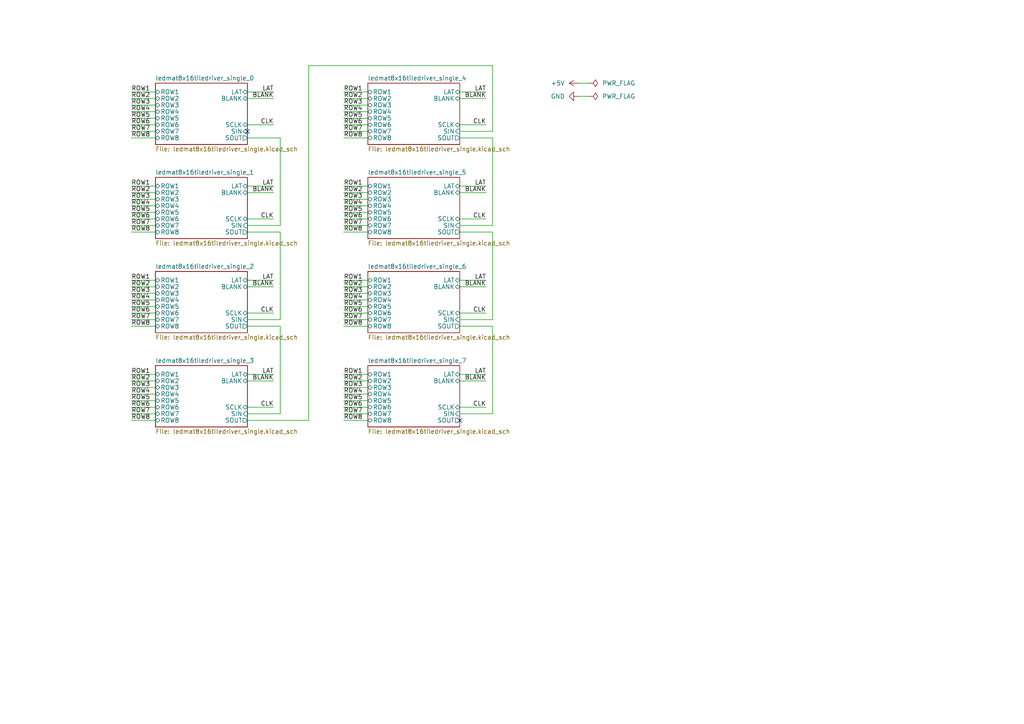
<source format=kicad_sch>
(kicad_sch (version 20250114) (generator "eeschema") (generator_version "9.0")
  (paper "A4")
  (lib_symbols
    (symbol "power:+5V" (power) (pin_numbers (hide yes)) (pin_names (offset 0) (hide yes))
      (property "Value" "+5V" (at 0 3.556 0))
      (symbol "+5V_0_1"
        (polyline (pts (xy -0.762 1.27) (xy 0 2.54)))
        (polyline (pts (xy 0 2.54) (xy 0.762 1.27)))
        (polyline (pts (xy 0 0) (xy 0 2.54)))
      )
      (symbol "+5V_1_1"
        (pin power_in line (at 0 0 90) (length 0) (name "~") (number "1"))
      )
    )
    (symbol "power:GND" (power) (pin_numbers (hide yes)) (pin_names (offset 0) (hide yes))
      (property "Value" "GND" (at 0 -3.81 0))
      (symbol "GND_0_1"
        (polyline (pts (xy 0 0) (xy 0 -1.27) (xy 1.27 -1.27) (xy 0 -2.54) (xy -1.27 -1.27) (xy 0 -1.27)))
      )
      (symbol "GND_1_1"
        (pin power_in line (at 0 0 270) (length 0) (name "~") (number "1"))
      )
    )
    (symbol "power:PWR_FLAG" (power) (pin_numbers (hide yes)) (pin_names (offset 0) (hide yes))
      (property "Value" "PWR_FLAG" (at 0 3.81 0))
      (symbol "PWR_FLAG_0_0"
        (pin power_out line (at 0 0 90) (length 0) (name "~") (number "1"))
      )
      (symbol "PWR_FLAG_0_1"
        (polyline (pts (xy 0 0) (xy 0 1.27) (xy -1.016 1.905) (xy 0 2.54) (xy 1.016 1.905) (xy 0 1.27)))
      )
    )
  )
  (no_connect (at 71.755 38.1))
  (no_connect (at 133.35 121.92))
  (wire (pts (xy 99.695 67.31) (xy 106.68 67.31)))
  (wire (pts (xy 133.35 67.31) (xy 142.875 67.31)))
  (wire (pts (xy 79.375 55.88) (xy 71.755 55.88)))
  (wire (pts (xy 71.755 94.615) (xy 81.28 94.615)))
  (wire (pts (xy 99.695 53.975) (xy 106.68 53.975)))
  (wire (pts (xy 140.97 108.585) (xy 133.35 108.585)))
  (wire (pts (xy 38.1 85.09) (xy 45.085 85.09)))
  (wire (pts (xy 140.97 118.11) (xy 133.35 118.11)))
  (wire (pts (xy 99.695 118.11) (xy 106.68 118.11)))
  (wire (pts (xy 140.97 26.67) (xy 133.35 26.67)))
  (wire (pts (xy 142.875 94.615) (xy 142.875 120.015)))
  (wire (pts (xy 79.375 118.11) (xy 71.755 118.11)))
  (wire (pts (xy 99.695 61.595) (xy 106.68 61.595)))
  (wire (pts (xy 99.695 121.92) (xy 106.68 121.92)))
  (wire (pts (xy 81.28 92.71) (xy 71.755 92.71)))
  (wire (pts (xy 79.375 53.975) (xy 71.755 53.975)))
  (wire (pts (xy 99.695 32.385) (xy 106.68 32.385)))
  (wire (pts (xy 38.1 90.805) (xy 45.085 90.805)))
  (wire (pts (xy 38.1 32.385) (xy 45.085 32.385)))
  (wire (pts (xy 38.1 26.67) (xy 45.085 26.67)))
  (wire (pts (xy 38.1 38.1) (xy 45.085 38.1)))
  (wire (pts (xy 99.695 108.585) (xy 106.68 108.585)))
  (wire (pts (xy 99.695 38.1) (xy 106.68 38.1)))
  (wire (pts (xy 140.97 81.28) (xy 133.35 81.28)))
  (wire (pts (xy 79.375 83.185) (xy 71.755 83.185)))
  (wire (pts (xy 99.695 120.015) (xy 106.68 120.015)))
  (wire (pts (xy 99.695 28.575) (xy 106.68 28.575)))
  (wire (pts (xy 142.875 19.05) (xy 89.535 19.05)))
  (wire (pts (xy 99.695 114.3) (xy 106.68 114.3)))
  (wire (pts (xy 99.695 110.49) (xy 106.68 110.49)))
  (wire (pts (xy 140.97 63.5) (xy 133.35 63.5)))
  (wire (pts (xy 38.1 116.205) (xy 45.085 116.205)))
  (wire (pts (xy 81.28 65.405) (xy 71.755 65.405)))
  (wire (pts (xy 99.695 86.995) (xy 106.68 86.995)))
  (wire (pts (xy 99.695 83.185) (xy 106.68 83.185)))
  (wire (pts (xy 99.695 92.71) (xy 106.68 92.71)))
  (wire (pts (xy 79.375 63.5) (xy 71.755 63.5)))
  (wire (pts (xy 38.1 83.185) (xy 45.085 83.185)))
  (wire (pts (xy 140.97 110.49) (xy 133.35 110.49)))
  (wire (pts (xy 170.815 27.94) (xy 167.64 27.94)))
  (wire (pts (xy 140.97 55.88) (xy 133.35 55.88)))
  (wire (pts (xy 140.97 53.975) (xy 133.35 53.975)))
  (wire (pts (xy 142.875 65.405) (xy 133.35 65.405)))
  (wire (pts (xy 38.1 61.595) (xy 45.085 61.595)))
  (wire (pts (xy 99.695 36.195) (xy 106.68 36.195)))
  (wire (pts (xy 99.695 65.405) (xy 106.68 65.405)))
  (wire (pts (xy 133.35 38.1) (xy 142.875 38.1)))
  (wire (pts (xy 99.695 112.395) (xy 106.68 112.395)))
  (wire (pts (xy 99.695 90.805) (xy 106.68 90.805)))
  (wire (pts (xy 79.375 108.585) (xy 71.755 108.585)))
  (wire (pts (xy 89.535 19.05) (xy 89.535 121.92)))
  (wire (pts (xy 99.695 63.5) (xy 106.68 63.5)))
  (wire (pts (xy 133.35 94.615) (xy 142.875 94.615)))
  (wire (pts (xy 38.1 30.48) (xy 45.085 30.48)))
  (wire (pts (xy 38.1 114.3) (xy 45.085 114.3)))
  (wire (pts (xy 79.375 110.49) (xy 71.755 110.49)))
  (wire (pts (xy 142.875 40.005) (xy 142.875 65.405)))
  (wire (pts (xy 99.695 59.69) (xy 106.68 59.69)))
  (wire (pts (xy 142.875 67.31) (xy 142.875 92.71)))
  (wire (pts (xy 71.755 40.005) (xy 81.28 40.005)))
  (wire (pts (xy 38.1 121.92) (xy 45.085 121.92)))
  (wire (pts (xy 38.1 94.615) (xy 45.085 94.615)))
  (wire (pts (xy 38.1 40.005) (xy 45.085 40.005)))
  (wire (pts (xy 38.1 57.785) (xy 45.085 57.785)))
  (wire (pts (xy 38.1 81.28) (xy 45.085 81.28)))
  (wire (pts (xy 38.1 36.195) (xy 45.085 36.195)))
  (wire (pts (xy 81.28 40.005) (xy 81.28 65.405)))
  (wire (pts (xy 81.28 94.615) (xy 81.28 120.015)))
  (wire (pts (xy 142.875 92.71) (xy 133.35 92.71)))
  (wire (pts (xy 38.1 63.5) (xy 45.085 63.5)))
  (wire (pts (xy 79.375 28.575) (xy 71.755 28.575)))
  (wire (pts (xy 140.97 83.185) (xy 133.35 83.185)))
  (wire (pts (xy 140.97 90.805) (xy 133.35 90.805)))
  (wire (pts (xy 79.375 36.195) (xy 71.755 36.195)))
  (wire (pts (xy 79.375 81.28) (xy 71.755 81.28)))
  (wire (pts (xy 38.1 92.71) (xy 45.085 92.71)))
  (wire (pts (xy 99.695 116.205) (xy 106.68 116.205)))
  (wire (pts (xy 79.375 90.805) (xy 71.755 90.805)))
  (wire (pts (xy 81.28 120.015) (xy 71.755 120.015)))
  (wire (pts (xy 99.695 40.005) (xy 106.68 40.005)))
  (wire (pts (xy 99.695 85.09) (xy 106.68 85.09)))
  (wire (pts (xy 99.695 88.9) (xy 106.68 88.9)))
  (wire (pts (xy 71.755 67.31) (xy 81.28 67.31)))
  (wire (pts (xy 38.1 67.31) (xy 45.085 67.31)))
  (wire (pts (xy 38.1 28.575) (xy 45.085 28.575)))
  (wire (pts (xy 99.695 57.785) (xy 106.68 57.785)))
  (wire (pts (xy 38.1 65.405) (xy 45.085 65.405)))
  (wire (pts (xy 38.1 120.015) (xy 45.085 120.015)))
  (wire (pts (xy 99.695 26.67) (xy 106.68 26.67)))
  (wire (pts (xy 38.1 88.9) (xy 45.085 88.9)))
  (wire (pts (xy 142.875 120.015) (xy 133.35 120.015)))
  (wire (pts (xy 38.1 34.29) (xy 45.085 34.29)))
  (wire (pts (xy 38.1 118.11) (xy 45.085 118.11)))
  (wire (pts (xy 89.535 121.92) (xy 71.755 121.92)))
  (wire (pts (xy 170.815 24.13) (xy 167.64 24.13)))
  (wire (pts (xy 140.97 28.575) (xy 133.35 28.575)))
  (wire (pts (xy 38.1 112.395) (xy 45.085 112.395)))
  (wire (pts (xy 99.695 55.88) (xy 106.68 55.88)))
  (wire (pts (xy 133.35 40.005) (xy 142.875 40.005)))
  (wire (pts (xy 38.1 53.975) (xy 45.085 53.975)))
  (wire (pts (xy 140.97 36.195) (xy 133.35 36.195)))
  (wire (pts (xy 38.1 86.995) (xy 45.085 86.995)))
  (wire (pts (xy 38.1 110.49) (xy 45.085 110.49)))
  (wire (pts (xy 142.875 38.1) (xy 142.875 19.05)))
  (wire (pts (xy 99.695 30.48) (xy 106.68 30.48)))
  (wire (pts (xy 38.1 59.69) (xy 45.085 59.69)))
  (wire (pts (xy 79.375 26.67) (xy 71.755 26.67)))
  (wire (pts (xy 38.1 108.585) (xy 45.085 108.585)))
  (wire (pts (xy 99.695 94.615) (xy 106.68 94.615)))
  (wire (pts (xy 81.28 67.31) (xy 81.28 92.71)))
  (wire (pts (xy 38.1 55.88) (xy 45.085 55.88)))
  (wire (pts (xy 99.695 34.29) (xy 106.68 34.29)))
  (wire (pts (xy 99.695 81.28) (xy 106.68 81.28)))
  (label "ROW5" (at 38.1 34.29 0))
  (label "CLK" (at 79.375 118.11 180))
  (label "ROW8" (at 99.695 94.615 0))
  (label "ROW6" (at 99.695 90.805 0))
  (label "ROW1" (at 99.695 53.975 0))
  (label "LAT" (at 140.97 108.585 180))
  (label "ROW8" (at 38.1 94.615 0))
  (label "ROW8" (at 38.1 121.92 0))
  (label "ROW2" (at 38.1 55.88 0))
  (label "ROW4" (at 99.695 86.995 0))
  (label "ROW8" (at 38.1 67.31 0))
  (label "ROW7" (at 99.695 92.71 0))
  (label "ROW3" (at 38.1 30.48 0))
  (label "CLK" (at 79.375 36.195 180))
  (label "ROW1" (at 38.1 26.67 0))
  (label "ROW7" (at 99.695 65.405 0))
  (label "ROW3" (at 38.1 112.395 0))
  (label "ROW3" (at 38.1 85.09 0))
  (label "BLANK" (at 140.97 28.575 180))
  (label "BLANK" (at 140.97 83.185 180))
  (label "ROW3" (at 99.695 112.395 0))
  (label "ROW7" (at 99.695 38.1 0))
  (label "ROW2" (at 99.695 110.49 0))
  (label "ROW6" (at 38.1 36.195 0))
  (label "ROW7" (at 38.1 38.1 0))
  (label "ROW2" (at 99.695 55.88 0))
  (label "ROW6" (at 38.1 118.11 0))
  (label "ROW4" (at 38.1 86.995 0))
  (label "BLANK" (at 140.97 55.88 180))
  (label "ROW4" (at 38.1 59.69 0))
  (label "ROW1" (at 99.695 81.28 0))
  (label "ROW7" (at 38.1 120.015 0))
  (label "ROW8" (at 99.695 121.92 0))
  (label "ROW4" (at 99.695 114.3 0))
  (label "BLANK" (at 79.375 28.575 180))
  (label "ROW3" (at 99.695 57.785 0))
  (label "ROW5" (at 38.1 116.205 0))
  (label "ROW5" (at 38.1 88.9 0))
  (label "CLK" (at 140.97 118.11 180))
  (label "ROW8" (at 99.695 40.005 0))
  (label "LAT" (at 79.375 81.28 180))
  (label "ROW3" (at 99.695 30.48 0))
  (label "ROW4" (at 99.695 32.385 0))
  (label "ROW4" (at 38.1 114.3 0))
  (label "ROW2" (at 38.1 83.185 0))
  (label "LAT" (at 79.375 53.975 180))
  (label "ROW5" (at 38.1 61.595 0))
  (label "ROW6" (at 38.1 90.805 0))
  (label "ROW6" (at 99.695 118.11 0))
  (label "ROW7" (at 38.1 92.71 0))
  (label "BLANK" (at 140.97 110.49 180))
  (label "ROW1" (at 38.1 81.28 0))
  (label "ROW3" (at 99.695 85.09 0))
  (label "ROW2" (at 38.1 110.49 0))
  (label "ROW5" (at 99.695 34.29 0))
  (label "ROW1" (at 38.1 53.975 0))
  (label "LAT" (at 140.97 26.67 180))
  (label "CLK" (at 79.375 63.5 180))
  (label "BLANK" (at 79.375 55.88 180))
  (label "LAT" (at 140.97 81.28 180))
  (label "ROW7" (at 38.1 65.405 0))
  (label "CLK" (at 79.375 90.805 180))
  (label "ROW2" (at 99.695 83.185 0))
  (label "CLK" (at 140.97 63.5 180))
  (label "LAT" (at 79.375 108.585 180))
  (label "ROW5" (at 99.695 61.595 0))
  (label "ROW3" (at 38.1 57.785 0))
  (label "ROW2" (at 38.1 28.575 0))
  (label "ROW1" (at 38.1 108.585 0))
  (label "ROW1" (at 99.695 26.67 0))
  (label "BLANK" (at 79.375 110.49 180))
  (label "ROW8" (at 99.695 67.31 0))
  (label "ROW7" (at 99.695 120.015 0))
  (label "ROW4" (at 99.695 59.69 0))
  (label "ROW1" (at 99.695 108.585 0))
  (label "LAT" (at 140.97 53.975 180))
  (label "ROW5" (at 99.695 88.9 0))
  (label "ROW5" (at 99.695 116.205 0))
  (label "ROW6" (at 38.1 63.5 0))
  (label "ROW6" (at 99.695 63.5 0))
  (label "LAT" (at 79.375 26.67 180))
  (label "BLANK" (at 79.375 83.185 180))
  (label "CLK" (at 140.97 90.805 180))
  (label "ROW8" (at 38.1 40.005 0))
  (label "CLK" (at 140.97 36.195 180))
  (label "ROW4" (at 38.1 32.385 0))
  (label "ROW2" (at 99.695 28.575 0))
  (label "ROW6" (at 99.695 36.195 0))
  (symbol (lib_id "power:GND") (at 167.64 27.94 270) (unit 1)
    (property "Reference" "#PWR021" (effects (hide yes)))
    (property "Value" "GND" (at 163.83 27.9399 90) (effects (justify right)))
    (property "Description" "Power symbol creates a global label with name \"GND\" , ground" (effects (hide yes)))
  )
  (symbol (lib_id "power:PWR_FLAG") (at 170.815 27.94 270) (unit 1)
    (property "Reference" "#FLG02" (effects (hide yes)))
    (property "Value" "PWR_FLAG" (at 174.625 27.9399 90) (effects (justify left)))
    (property "Description" "Special symbol for telling ERC where power comes from" (effects (hide yes)))
  )
  (symbol (lib_id "power:+5V") (at 167.64 24.13 90) (unit 1)
    (property "Reference" "#PWR020" (effects (hide yes)))
    (property "Value" "+5V" (at 163.83 24.1299 90) (effects (justify left)))
    (property "Description" "Power symbol creates a global label with name \"+5V\"" (effects (hide yes)))
  )
  (symbol (lib_id "power:PWR_FLAG") (at 170.815 24.13 270) (unit 1)
    (property "Reference" "#FLG01" (effects (hide yes)))
    (property "Value" "PWR_FLAG" (at 174.625 24.1299 90) (effects (justify left)))
    (property "Description" "Special symbol for telling ERC where power comes from" (effects (hide yes)))
  )
  (sheet (at 45.085 78.74) (size 26.67 17.78) (stroke (width 0.1524))
    (property "Sheetname" "ledmat8x16tiledriver_single_2" (at 45.085 78.0284 0) (effects (justify left bottom)))
    (property "Sheetfile" "ledmat8x16tiledriver_single.kicad_sch" (at 45.085 97.1046 0) (effects (justify left top)))
    (pin "SIN" input (at 71.755 92.71 0))
    (pin "SOUT" output (at 71.755 94.615 0))
    (pin "ROW6" bidirectional (at 45.085 90.805 180))
    (pin "LAT" bidirectional (at 71.755 81.28 0))
    (pin "ROW7" bidirectional (at 45.085 92.71 180))
    (pin "BLANK" bidirectional (at 71.755 83.185 0))
    (pin "ROW5" bidirectional (at 45.085 88.9 180))
    (pin "ROW8" bidirectional (at 45.085 94.615 180))
    (pin "ROW2" bidirectional (at 45.085 83.185 180))
    (pin "ROW4" bidirectional (at 45.085 86.995 180))
    (pin "ROW1" bidirectional (at 45.085 81.28 180))
    (pin "ROW3" bidirectional (at 45.085 85.09 180))
    (pin "SCLK" bidirectional (at 71.755 90.805 0))
  )
  (sheet (at 106.68 106.045) (size 26.67 17.78) (stroke (width 0.1524))
    (property "Sheetname" "ledmat8x16tiledriver_single_7" (at 106.68 105.3334 0) (effects (justify left bottom)))
    (property "Sheetfile" "ledmat8x16tiledriver_single.kicad_sch" (at 106.68 124.4096 0) (effects (justify left top)))
    (pin "SIN" input (at 133.35 120.015 0))
    (pin "SOUT" output (at 133.35 121.92 0))
    (pin "ROW6" bidirectional (at 106.68 118.11 180))
    (pin "LAT" bidirectional (at 133.35 108.585 0))
    (pin "ROW7" bidirectional (at 106.68 120.015 180))
    (pin "BLANK" bidirectional (at 133.35 110.49 0))
    (pin "ROW5" bidirectional (at 106.68 116.205 180))
    (pin "ROW8" bidirectional (at 106.68 121.92 180))
    (pin "ROW2" bidirectional (at 106.68 110.49 180))
    (pin "ROW4" bidirectional (at 106.68 114.3 180))
    (pin "ROW1" bidirectional (at 106.68 108.585 180))
    (pin "ROW3" bidirectional (at 106.68 112.395 180))
    (pin "SCLK" bidirectional (at 133.35 118.11 0))
  )
  (sheet (at 45.085 51.435) (size 26.67 17.78) (stroke (width 0.1524))
    (property "Sheetname" "ledmat8x16tiledriver_single_1" (at 45.085 50.7234 0) (effects (justify left bottom)))
    (property "Sheetfile" "ledmat8x16tiledriver_single.kicad_sch" (at 45.085 69.7996 0) (effects (justify left top)))
    (pin "SIN" input (at 71.755 65.405 0))
    (pin "SOUT" output (at 71.755 67.31 0))
    (pin "ROW6" bidirectional (at 45.085 63.5 180))
    (pin "LAT" bidirectional (at 71.755 53.975 0))
    (pin "ROW7" bidirectional (at 45.085 65.405 180))
    (pin "BLANK" bidirectional (at 71.755 55.88 0))
    (pin "ROW5" bidirectional (at 45.085 61.595 180))
    (pin "ROW8" bidirectional (at 45.085 67.31 180))
    (pin "ROW2" bidirectional (at 45.085 55.88 180))
    (pin "ROW4" bidirectional (at 45.085 59.69 180))
    (pin "ROW1" bidirectional (at 45.085 53.975 180))
    (pin "ROW3" bidirectional (at 45.085 57.785 180))
    (pin "SCLK" bidirectional (at 71.755 63.5 0))
  )
  (sheet (at 45.085 24.13) (size 26.67 17.78) (stroke (width 0.1524))
    (property "Sheetname" "ledmat8x16tiledriver_single_0" (at 45.085 23.4184 0) (effects (justify left bottom)))
    (property "Sheetfile" "ledmat8x16tiledriver_single.kicad_sch" (at 45.085 42.4946 0) (effects (justify left top)))
    (pin "SIN" input (at 71.755 38.1 0))
    (pin "SOUT" output (at 71.755 40.005 0))
    (pin "ROW6" bidirectional (at 45.085 36.195 180))
    (pin "LAT" bidirectional (at 71.755 26.67 0))
    (pin "ROW7" bidirectional (at 45.085 38.1 180))
    (pin "BLANK" bidirectional (at 71.755 28.575 0))
    (pin "ROW5" bidirectional (at 45.085 34.29 180))
    (pin "ROW8" bidirectional (at 45.085 40.005 180))
    (pin "ROW2" bidirectional (at 45.085 28.575 180))
    (pin "ROW4" bidirectional (at 45.085 32.385 180))
    (pin "ROW1" bidirectional (at 45.085 26.67 180))
    (pin "ROW3" bidirectional (at 45.085 30.48 180))
    (pin "SCLK" bidirectional (at 71.755 36.195 0))
  )
  (sheet (at 106.68 78.74) (size 26.67 17.78) (stroke (width 0.1524))
    (property "Sheetname" "ledmat8x16tiledriver_single_6" (at 106.68 78.0284 0) (effects (justify left bottom)))
    (property "Sheetfile" "ledmat8x16tiledriver_single.kicad_sch" (at 106.68 97.1046 0) (effects (justify left top)))
    (pin "SIN" input (at 133.35 92.71 0))
    (pin "SOUT" output (at 133.35 94.615 0))
    (pin "ROW6" bidirectional (at 106.68 90.805 180))
    (pin "LAT" bidirectional (at 133.35 81.28 0))
    (pin "ROW7" bidirectional (at 106.68 92.71 180))
    (pin "BLANK" bidirectional (at 133.35 83.185 0))
    (pin "ROW5" bidirectional (at 106.68 88.9 180))
    (pin "ROW8" bidirectional (at 106.68 94.615 180))
    (pin "ROW2" bidirectional (at 106.68 83.185 180))
    (pin "ROW4" bidirectional (at 106.68 86.995 180))
    (pin "ROW1" bidirectional (at 106.68 81.28 180))
    (pin "ROW3" bidirectional (at 106.68 85.09 180))
    (pin "SCLK" bidirectional (at 133.35 90.805 0))
  )
  (sheet (at 45.085 106.045) (size 26.67 17.78) (stroke (width 0.1524))
    (property "Sheetname" "ledmat8x16tiledriver_single_3" (at 45.085 105.3334 0) (effects (justify left bottom)))
    (property "Sheetfile" "ledmat8x16tiledriver_single.kicad_sch" (at 45.085 124.4096 0) (effects (justify left top)))
    (pin "SIN" input (at 71.755 120.015 0))
    (pin "SOUT" output (at 71.755 121.92 0))
    (pin "ROW6" bidirectional (at 45.085 118.11 180))
    (pin "LAT" bidirectional (at 71.755 108.585 0))
    (pin "ROW7" bidirectional (at 45.085 120.015 180))
    (pin "BLANK" bidirectional (at 71.755 110.49 0))
    (pin "ROW5" bidirectional (at 45.085 116.205 180))
    (pin "ROW8" bidirectional (at 45.085 121.92 180))
    (pin "ROW2" bidirectional (at 45.085 110.49 180))
    (pin "ROW4" bidirectional (at 45.085 114.3 180))
    (pin "ROW1" bidirectional (at 45.085 108.585 180))
    (pin "ROW3" bidirectional (at 45.085 112.395 180))
    (pin "SCLK" bidirectional (at 71.755 118.11 0))
  )
  (sheet (at 106.68 24.13) (size 26.67 17.78) (stroke (width 0.1524))
    (property "Sheetname" "ledmat8x16tiledriver_single_4" (at 106.68 23.4184 0) (effects (justify left bottom)))
    (property "Sheetfile" "ledmat8x16tiledriver_single.kicad_sch" (at 106.68 42.4946 0) (effects (justify left top)))
    (pin "SIN" input (at 133.35 38.1 0))
    (pin "SOUT" output (at 133.35 40.005 0))
    (pin "ROW6" bidirectional (at 106.68 36.195 180))
    (pin "LAT" bidirectional (at 133.35 26.67 0))
    (pin "ROW7" bidirectional (at 106.68 38.1 180))
    (pin "BLANK" bidirectional (at 133.35 28.575 0))
    (pin "ROW5" bidirectional (at 106.68 34.29 180))
    (pin "ROW8" bidirectional (at 106.68 40.005 180))
    (pin "ROW2" bidirectional (at 106.68 28.575 180))
    (pin "ROW4" bidirectional (at 106.68 32.385 180))
    (pin "ROW1" bidirectional (at 106.68 26.67 180))
    (pin "ROW3" bidirectional (at 106.68 30.48 180))
    (pin "SCLK" bidirectional (at 133.35 36.195 0))
  )
  (sheet (at 106.68 51.435) (size 26.67 17.78) (stroke (width 0.1524))
    (property "Sheetname" "ledmat8x16tiledriver_single_5" (at 106.68 50.7234 0) (effects (justify left bottom)))
    (property "Sheetfile" "ledmat8x16tiledriver_single.kicad_sch" (at 106.68 69.7996 0) (effects (justify left top)))
    (pin "SIN" input (at 133.35 65.405 0))
    (pin "SOUT" output (at 133.35 67.31 0))
    (pin "ROW6" bidirectional (at 106.68 63.5 180))
    (pin "LAT" bidirectional (at 133.35 53.975 0))
    (pin "ROW7" bidirectional (at 106.68 65.405 180))
    (pin "BLANK" bidirectional (at 133.35 55.88 0))
    (pin "ROW5" bidirectional (at 106.68 61.595 180))
    (pin "ROW8" bidirectional (at 106.68 67.31 180))
    (pin "ROW2" bidirectional (at 106.68 55.88 180))
    (pin "ROW4" bidirectional (at 106.68 59.69 180))
    (pin "ROW1" bidirectional (at 106.68 53.975 180))
    (pin "ROW3" bidirectional (at 106.68 57.785 180))
    (pin "SCLK" bidirectional (at 133.35 63.5 0))
  )
)
</source>
